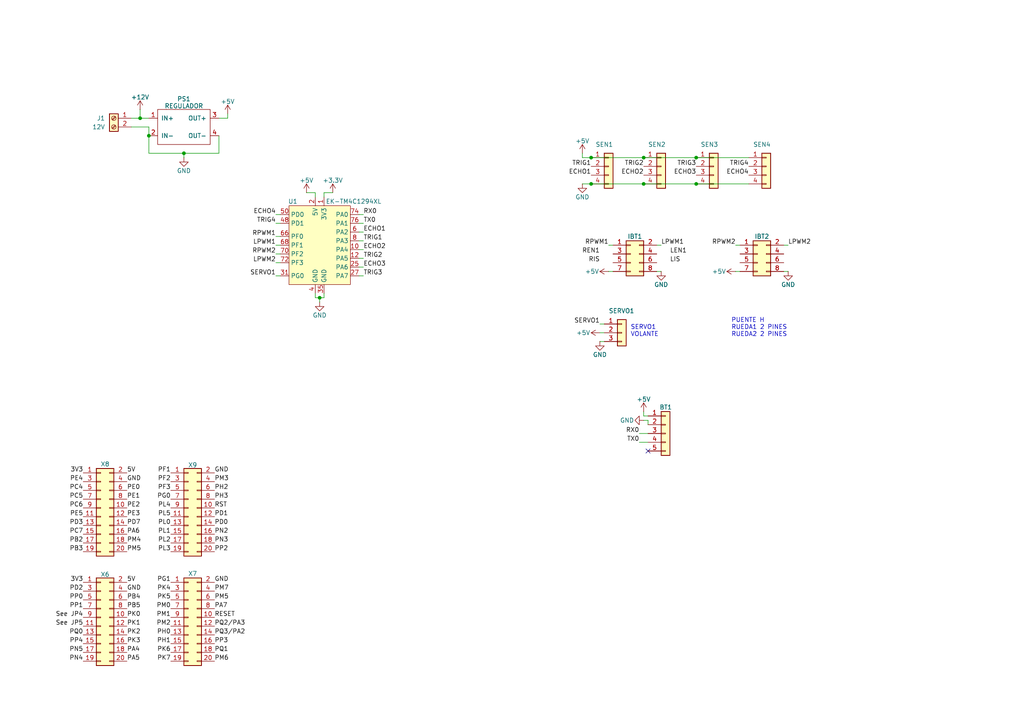
<source format=kicad_sch>
(kicad_sch (version 20231120) (generator "eeschema") (generator_version "8.0")
  (paper "A4")
  (lib_symbols
    (symbol "Connector:Screw_Terminal_01x02" (pin_names (offset 1.016) hide)
      (property "Reference" "J" (at 0 2.54 0))
      (property "Value" "Screw_Terminal_01x02" (at 0 -5.08 0))
      (symbol "Screw_Terminal_01x02_1_1"
        (rectangle (start -1.27 1.27) (end 1.27 -3.81) (stroke (width 0.254)) (fill (type background)))
        (circle (center 0 -2.54) (radius 0.635) (stroke (width 0.1524)))
        (polyline (pts (xy -0.5334 -2.2098) (xy 0.3302 -3.048)) (stroke (width 0.1524)))
        (polyline (pts (xy -0.5334 0.3302) (xy 0.3302 -0.508)) (stroke (width 0.1524)))
        (polyline (pts (xy -0.3556 -2.032) (xy 0.508 -2.8702)) (stroke (width 0.1524)))
        (polyline (pts (xy -0.3556 0.508) (xy 0.508 -0.3302)) (stroke (width 0.1524)))
        (circle (center 0 0) (radius 0.635) (stroke (width 0.1524)))
        (pin passive line (at -5.08 0 0) (length 3.81) (name "Pin_1") (number "1"))
        (pin passive line (at -5.08 -2.54 0) (length 3.81) (name "Pin_2") (number "2"))
      )
    )
    (symbol "Connector_Generic:Conn_01x03" (pin_names (offset 1.016) hide)
      (property "Reference" "J" (at 0 5.08 0))
      (property "Value" "Conn_01x03" (at 0 -5.08 0))
      (symbol "Conn_01x03_1_1"
        (rectangle (start -1.27 -2.413) (end 0 -2.667) (stroke (width 0.1524)))
        (rectangle (start -1.27 0.127) (end 0 -0.127) (stroke (width 0.1524)))
        (rectangle (start -1.27 2.667) (end 0 2.413) (stroke (width 0.1524)))
        (rectangle (start -1.27 3.81) (end 1.27 -3.81) (stroke (width 0.254)) (fill (type background)))
        (pin passive line (at -5.08 2.54 0) (length 3.81) (name "Pin_1") (number "1"))
        (pin passive line (at -5.08 0 0) (length 3.81) (name "Pin_2") (number "2"))
        (pin passive line (at -5.08 -2.54 0) (length 3.81) (name "Pin_3") (number "3"))
      )
    )
    (symbol "Connector_Generic:Conn_01x04" (pin_names (offset 1.016) hide)
      (property "Reference" "J" (at 0 5.08 0))
      (property "Value" "Conn_01x04" (at 0 -7.62 0))
      (symbol "Conn_01x04_1_1"
        (rectangle (start -1.27 -4.953) (end 0 -5.207) (stroke (width 0.1524)))
        (rectangle (start -1.27 -2.413) (end 0 -2.667) (stroke (width 0.1524)))
        (rectangle (start -1.27 0.127) (end 0 -0.127) (stroke (width 0.1524)))
        (rectangle (start -1.27 2.667) (end 0 2.413) (stroke (width 0.1524)))
        (rectangle (start -1.27 3.81) (end 1.27 -6.35) (stroke (width 0.254)) (fill (type background)))
        (pin passive line (at -5.08 2.54 0) (length 3.81) (name "Pin_1") (number "1"))
        (pin passive line (at -5.08 0 0) (length 3.81) (name "Pin_2") (number "2"))
        (pin passive line (at -5.08 -2.54 0) (length 3.81) (name "Pin_3") (number "3"))
        (pin passive line (at -5.08 -5.08 0) (length 3.81) (name "Pin_4") (number "4"))
      )
    )
    (symbol "Connector_Generic:Conn_01x05" (pin_names (offset 1.016) hide)
      (property "Reference" "J" (at 0 7.62 0))
      (property "Value" "Conn_01x05" (at 0 -7.62 0))
      (symbol "Conn_01x05_1_1"
        (rectangle (start -1.27 -4.953) (end 0 -5.207) (stroke (width 0.1524)))
        (rectangle (start -1.27 -2.413) (end 0 -2.667) (stroke (width 0.1524)))
        (rectangle (start -1.27 0.127) (end 0 -0.127) (stroke (width 0.1524)))
        (rectangle (start -1.27 2.667) (end 0 2.413) (stroke (width 0.1524)))
        (rectangle (start -1.27 5.207) (end 0 4.953) (stroke (width 0.1524)))
        (rectangle (start -1.27 6.35) (end 1.27 -6.35) (stroke (width 0.254)) (fill (type background)))
        (pin passive line (at -5.08 5.08 0) (length 3.81) (name "Pin_1") (number "1"))
        (pin passive line (at -5.08 2.54 0) (length 3.81) (name "Pin_2") (number "2"))
        (pin passive line (at -5.08 0 0) (length 3.81) (name "Pin_3") (number "3"))
        (pin passive line (at -5.08 -2.54 0) (length 3.81) (name "Pin_4") (number "4"))
        (pin passive line (at -5.08 -5.08 0) (length 3.81) (name "Pin_5") (number "5"))
      )
    )
    (symbol "Connector_Generic:Conn_02x04_Odd_Even" (pin_names (offset 1.016) hide)
      (property "Reference" "J" (at 1.27 5.08 0))
      (property "Value" "Conn_02x04_Odd_Even" (at 1.27 -7.62 0))
      (symbol "Conn_02x04_Odd_Even_1_1"
        (rectangle (start -1.27 -4.953) (end 0 -5.207) (stroke (width 0.1524)))
        (rectangle (start -1.27 -2.413) (end 0 -2.667) (stroke (width 0.1524)))
        (rectangle (start -1.27 0.127) (end 0 -0.127) (stroke (width 0.1524)))
        (rectangle (start -1.27 2.667) (end 0 2.413) (stroke (width 0.1524)))
        (rectangle (start -1.27 3.81) (end 3.81 -6.35) (stroke (width 0.254)) (fill (type background)))
        (rectangle (start 3.81 -4.953) (end 2.54 -5.207) (stroke (width 0.1524)))
        (rectangle (start 3.81 -2.413) (end 2.54 -2.667) (stroke (width 0.1524)))
        (rectangle (start 3.81 0.127) (end 2.54 -0.127) (stroke (width 0.1524)))
        (rectangle (start 3.81 2.667) (end 2.54 2.413) (stroke (width 0.1524)))
        (pin passive line (at -5.08 2.54 0) (length 3.81) (name "Pin_1") (number "1"))
        (pin passive line (at 7.62 2.54 180) (length 3.81) (name "Pin_2") (number "2"))
        (pin passive line (at -5.08 0 0) (length 3.81) (name "Pin_3") (number "3"))
        (pin passive line (at 7.62 0 180) (length 3.81) (name "Pin_4") (number "4"))
        (pin passive line (at -5.08 -2.54 0) (length 3.81) (name "Pin_5") (number "5"))
        (pin passive line (at 7.62 -2.54 180) (length 3.81) (name "Pin_6") (number "6"))
        (pin passive line (at -5.08 -5.08 0) (length 3.81) (name "Pin_7") (number "7"))
        (pin passive line (at 7.62 -5.08 180) (length 3.81) (name "Pin_8") (number "8"))
      )
    )
    (symbol "Connector_Generic:Conn_02x10_Odd_Even" (pin_names (offset 1.016) hide)
      (property "Reference" "J" (at 1.27 12.7 0))
      (property "Value" "Conn_02x10_Odd_Even" (at 1.27 -15.24 0))
      (symbol "Conn_02x10_Odd_Even_1_1"
        (rectangle (start -1.27 -12.573) (end 0 -12.827) (stroke (width 0.1524)))
        (rectangle (start -1.27 -10.033) (end 0 -10.287) (stroke (width 0.1524)))
        (rectangle (start -1.27 -7.493) (end 0 -7.747) (stroke (width 0.1524)))
        (rectangle (start -1.27 -4.953) (end 0 -5.207) (stroke (width 0.1524)))
        (rectangle (start -1.27 -2.413) (end 0 -2.667) (stroke (width 0.1524)))
        (rectangle (start -1.27 0.127) (end 0 -0.127) (stroke (width 0.1524)))
        (rectangle (start -1.27 2.667) (end 0 2.413) (stroke (width 0.1524)))
        (rectangle (start -1.27 5.207) (end 0 4.953) (stroke (width 0.1524)))
        (rectangle (start -1.27 7.747) (end 0 7.493) (stroke (width 0.1524)))
        (rectangle (start -1.27 10.287) (end 0 10.033) (stroke (width 0.1524)))
        (rectangle (start -1.27 11.43) (end 3.81 -13.97) (stroke (width 0.254)) (fill (type background)))
        (rectangle (start 3.81 -12.573) (end 2.54 -12.827) (stroke (width 0.1524)))
        (rectangle (start 3.81 -10.033) (end 2.54 -10.287) (stroke (width 0.1524)))
        (rectangle (start 3.81 -7.493) (end 2.54 -7.747) (stroke (width 0.1524)))
        (rectangle (start 3.81 -4.953) (end 2.54 -5.207) (stroke (width 0.1524)))
        (rectangle (start 3.81 -2.413) (end 2.54 -2.667) (stroke (width 0.1524)))
        (rectangle (start 3.81 0.127) (end 2.54 -0.127) (stroke (width 0.1524)))
        (rectangle (start 3.81 2.667) (end 2.54 2.413) (stroke (width 0.1524)))
        (rectangle (start 3.81 5.207) (end 2.54 4.953) (stroke (width 0.1524)))
        (rectangle (start 3.81 7.747) (end 2.54 7.493) (stroke (width 0.1524)))
        (rectangle (start 3.81 10.287) (end 2.54 10.033) (stroke (width 0.1524)))
        (pin passive line (at -5.08 10.16 0) (length 3.81) (name "Pin_1") (number "1"))
        (pin passive line (at 7.62 0 180) (length 3.81) (name "Pin_10") (number "10"))
        (pin passive line (at -5.08 -2.54 0) (length 3.81) (name "Pin_11") (number "11"))
        (pin passive line (at 7.62 -2.54 180) (length 3.81) (name "Pin_12") (number "12"))
        (pin passive line (at -5.08 -5.08 0) (length 3.81) (name "Pin_13") (number "13"))
        (pin passive line (at 7.62 -5.08 180) (length 3.81) (name "Pin_14") (number "14"))
        (pin passive line (at -5.08 -7.62 0) (length 3.81) (name "Pin_15") (number "15"))
        (pin passive line (at 7.62 -7.62 180) (length 3.81) (name "Pin_16") (number "16"))
        (pin passive line (at -5.08 -10.16 0) (length 3.81) (name "Pin_17") (number "17"))
        (pin passive line (at 7.62 -10.16 180) (length 3.81) (name "Pin_18") (number "18"))
        (pin passive line (at -5.08 -12.7 0) (length 3.81) (name "Pin_19") (number "19"))
        (pin passive line (at 7.62 10.16 180) (length 3.81) (name "Pin_2") (number "2"))
        (pin passive line (at 7.62 -12.7 180) (length 3.81) (name "Pin_20") (number "20"))
        (pin passive line (at -5.08 7.62 0) (length 3.81) (name "Pin_3") (number "3"))
        (pin passive line (at 7.62 7.62 180) (length 3.81) (name "Pin_4") (number "4"))
        (pin passive line (at -5.08 5.08 0) (length 3.81) (name "Pin_5") (number "5"))
        (pin passive line (at 7.62 5.08 180) (length 3.81) (name "Pin_6") (number "6"))
        (pin passive line (at -5.08 2.54 0) (length 3.81) (name "Pin_7") (number "7"))
        (pin passive line (at 7.62 2.54 180) (length 3.81) (name "Pin_8") (number "8"))
        (pin passive line (at -5.08 0 0) (length 3.81) (name "Pin_9") (number "9"))
      )
    )
    (symbol "LaunchPad:EK-TM4C1294XL-01"
      (property "Reference" "U" (at -7.874 13.208 0))
      (symbol "EK-TM4C1294XL-01_1_1"
        (rectangle (start -8.89 11.43) (end 8.89 -11.43) (fill (type background)))
        (pin power_out line (at 1.27 13.97 270) (length 2.54) (name "3V3") (number "1"))
        (pin bidirectional line (at 11.43 -1.27 180) (length 2.54) (name "PA4") (number "10"))
        (pin bidirectional line (at 11.43 -3.81 180) (length 2.54) (name "PA5") (number "12"))
        (pin power_in line (at -1.27 13.97 270) (length 2.54) (name "5V") (number "2"))
        (pin bidirectional line (at 11.43 -6.35 180) (length 2.54) (name "PA6") (number "25"))
        (pin bidirectional line (at 11.43 -8.89 180) (length 2.54) (name "PA7") (number "27"))
        (pin bidirectional line (at -11.43 -8.89 0) (length 2.54) (name "PG0") (number "31"))
        (pin power_in line (at 1.27 -13.97 90) (length 2.54) (name "GND") (number "35"))
        (pin power_in line (at -1.27 -13.97 90) (length 2.54) (name "GND") (number "4"))
        (pin bidirectional line (at -11.43 6.35 0) (length 2.54) (name "PD1") (number "48"))
        (pin bidirectional line (at -11.43 8.89 0) (length 2.54) (name "PD0") (number "50"))
        (pin bidirectional line (at 11.43 3.81 180) (length 2.54) (name "PA2") (number "6"))
        (pin bidirectional line (at -11.43 2.54 0) (length 2.54) (name "PF0") (number "66"))
        (pin bidirectional line (at -11.43 0 0) (length 2.54) (name "PF1") (number "68"))
        (pin bidirectional line (at -11.43 -2.54 0) (length 2.54) (name "PF2") (number "70"))
        (pin bidirectional line (at -11.43 -5.08 0) (length 2.54) (name "PF3") (number "72"))
        (pin bidirectional line (at 11.43 8.89 180) (length 2.54) (name "PA0") (number "74"))
        (pin bidirectional line (at 11.43 6.35 180) (length 2.54) (name "PA1") (number "76"))
        (pin bidirectional line (at 11.43 1.27 180) (length 2.54) (name "PA3") (number "8"))
      )
    )
    (symbol "XL4005_DC-DC:XL4005_DC-DC" (pin_names (offset 1.016))
      (property "Reference" "PS" (at 0 0 0))
      (property "Value" "XL4005_DC-DC" (at 0 -7.62 0))
      (symbol "XL4005_DC-DC_0_1"
        (rectangle (start -7.62 5.08) (end 7.62 -5.08))
        (rectangle (start -5.08 2.54) (end -5.08 2.54))
        (rectangle (start -5.08 5.08) (end -5.08 5.08))
        (rectangle (start -2.54 5.08) (end -2.54 5.08))
      )
      (symbol "XL4005_DC-DC_1_1"
        (pin input line (at -10.16 2.54 0) (length 2.54) (name "IN+") (number "1"))
        (pin input line (at -10.16 -2.54 0) (length 2.54) (name "IN-") (number "2"))
        (pin output line (at 10.16 2.54 180) (length 2.54) (name "OUT+") (number "3"))
        (pin output line (at 10.16 -2.54 180) (length 2.54) (name "OUT-") (number "4"))
      )
    )
    (symbol "power:+12V" (power) (pin_numbers hide) (pin_names (offset 0) hide)
      (property "Value" "+12V" (at 0 3.556 0))
      (symbol "+12V_0_1"
        (polyline (pts (xy -0.762 1.27) (xy 0 2.54)))
        (polyline (pts (xy 0 0) (xy 0 2.54)))
        (polyline (pts (xy 0 2.54) (xy 0.762 1.27)))
      )
      (symbol "+12V_1_1"
        (pin power_in line (at 0 0 90) (length 0) (name "~") (number "1"))
      )
    )
    (symbol "power:+3.3V" (power) (pin_numbers hide) (pin_names (offset 0) hide)
      (property "Value" "+3.3V" (at 0 3.556 0))
      (symbol "+3.3V_0_1"
        (polyline (pts (xy -0.762 1.27) (xy 0 2.54)))
        (polyline (pts (xy 0 0) (xy 0 2.54)))
        (polyline (pts (xy 0 2.54) (xy 0.762 1.27)))
      )
      (symbol "+3.3V_1_1"
        (pin power_in line (at 0 0 90) (length 0) (name "~") (number "1"))
      )
    )
    (symbol "power:+5V" (power) (pin_numbers hide) (pin_names (offset 0) hide)
      (property "Value" "+5V" (at 0 3.556 0))
      (symbol "+5V_0_1"
        (polyline (pts (xy -0.762 1.27) (xy 0 2.54)))
        (polyline (pts (xy 0 0) (xy 0 2.54)))
        (polyline (pts (xy 0 2.54) (xy 0.762 1.27)))
      )
      (symbol "+5V_1_1"
        (pin power_in line (at 0 0 90) (length 0) (name "~") (number "1"))
      )
    )
    (symbol "power:GND" (power) (pin_numbers hide) (pin_names (offset 0) hide)
      (property "Value" "GND" (at 0 -3.81 0))
      (symbol "GND_0_1"
        (polyline (pts (xy 0 0) (xy 0 -1.27) (xy 1.27 -1.27) (xy 0 -2.54) (xy -1.27 -1.27) (xy 0 -1.27)))
      )
      (symbol "GND_1_1"
        (pin power_in line (at 0 0 270) (length 0) (name "~") (number "1"))
      )
    )
  )
  (junction (at 43.18 39.37))
  (junction (at 186.69 45.72))
  (junction (at 53.34 44.45))
  (junction (at 201.93 53.34))
  (junction (at 171.45 45.72))
  (junction (at 201.93 45.72))
  (junction (at 171.45 53.34))
  (junction (at 40.64 34.29))
  (junction (at 186.69 53.34))
  (junction (at 92.71 86.36))
  (no_connect (at 187.96 130.81))
  (wire (pts (xy 104.14 80.01) (xy 105.41 80.01)))
  (wire (pts (xy 63.5 34.29) (xy 66.04 34.29)))
  (wire (pts (xy 104.14 77.47) (xy 105.41 77.47)))
  (wire (pts (xy 227.33 71.12) (xy 228.6 71.12)))
  (wire (pts (xy 185.42 125.73) (xy 187.96 125.73)))
  (wire (pts (xy 63.5 44.45) (xy 53.34 44.45)))
  (wire (pts (xy 80.01 76.2) (xy 81.28 76.2)))
  (wire (pts (xy 201.93 45.72) (xy 217.17 45.72)))
  (wire (pts (xy 80.01 80.01) (xy 81.28 80.01)))
  (wire (pts (xy 173.99 96.52) (xy 175.26 96.52)))
  (wire (pts (xy 80.01 62.23) (xy 81.28 62.23)))
  (wire (pts (xy 104.14 69.85) (xy 105.41 69.85)))
  (wire (pts (xy 173.99 93.98) (xy 175.26 93.98)))
  (wire (pts (xy 190.5 71.12) (xy 191.77 71.12)))
  (wire (pts (xy 190.5 78.74) (xy 191.77 78.74)))
  (wire (pts (xy 96.52 55.88) (xy 93.98 55.88)))
  (wire (pts (xy 213.36 78.74) (xy 214.63 78.74)))
  (wire (pts (xy 88.9 55.88) (xy 91.44 55.88)))
  (wire (pts (xy 92.71 86.36) (xy 93.98 86.36)))
  (wire (pts (xy 91.44 85.09) (xy 91.44 86.36)))
  (wire (pts (xy 104.14 72.39) (xy 105.41 72.39)))
  (wire (pts (xy 104.14 67.31) (xy 105.41 67.31)))
  (wire (pts (xy 53.34 44.45) (xy 43.18 44.45)))
  (wire (pts (xy 93.98 55.88) (xy 93.98 57.15)))
  (wire (pts (xy 176.53 78.74) (xy 177.8 78.74)))
  (wire (pts (xy 173.99 99.06) (xy 175.26 99.06)))
  (wire (pts (xy 201.93 53.34) (xy 217.17 53.34)))
  (wire (pts (xy 176.53 71.12) (xy 177.8 71.12)))
  (wire (pts (xy 43.18 36.83) (xy 43.18 39.37)))
  (wire (pts (xy 104.14 74.93) (xy 105.41 74.93)))
  (wire (pts (xy 213.36 71.12) (xy 214.63 71.12)))
  (wire (pts (xy 168.91 53.34) (xy 171.45 53.34)))
  (wire (pts (xy 186.69 45.72) (xy 201.93 45.72)))
  (wire (pts (xy 187.96 121.92) (xy 187.96 123.19)))
  (wire (pts (xy 80.01 64.77) (xy 81.28 64.77)))
  (wire (pts (xy 171.45 53.34) (xy 186.69 53.34)))
  (wire (pts (xy 186.69 120.65) (xy 186.69 119.38)))
  (wire (pts (xy 53.34 45.72) (xy 53.34 44.45)))
  (wire (pts (xy 104.14 64.77) (xy 105.41 64.77)))
  (wire (pts (xy 186.69 53.34) (xy 201.93 53.34)))
  (wire (pts (xy 186.69 121.92) (xy 187.96 121.92)))
  (wire (pts (xy 91.44 86.36) (xy 92.71 86.36)))
  (wire (pts (xy 40.64 31.75) (xy 40.64 34.29)))
  (wire (pts (xy 43.18 39.37) (xy 43.18 44.45)))
  (wire (pts (xy 66.04 34.29) (xy 66.04 33.02)))
  (wire (pts (xy 92.71 86.36) (xy 92.71 87.63)))
  (wire (pts (xy 168.91 45.72) (xy 171.45 45.72)))
  (wire (pts (xy 91.44 55.88) (xy 91.44 57.15)))
  (wire (pts (xy 186.69 120.65) (xy 187.96 120.65)))
  (wire (pts (xy 38.1 34.29) (xy 40.64 34.29)))
  (wire (pts (xy 93.98 86.36) (xy 93.98 85.09)))
  (wire (pts (xy 80.01 73.66) (xy 81.28 73.66)))
  (wire (pts (xy 171.45 45.72) (xy 186.69 45.72)))
  (wire (pts (xy 40.64 34.29) (xy 43.18 34.29)))
  (wire (pts (xy 168.91 44.45) (xy 168.91 45.72)))
  (wire (pts (xy 185.42 128.27) (xy 187.96 128.27)))
  (wire (pts (xy 63.5 39.37) (xy 63.5 44.45)))
  (wire (pts (xy 228.6 78.74) (xy 227.33 78.74)))
  (wire (pts (xy 80.01 68.58) (xy 81.28 68.58)))
  (wire (pts (xy 80.01 71.12) (xy 81.28 71.12)))
  (wire (pts (xy 104.14 62.23) (xy 105.41 62.23)))
  (wire (pts (xy 38.1 36.83) (xy 43.18 36.83)))
  (text "SERVO1\nVOLANTE" (at 182.88 97.79 0) (effects (font (size 1.27 1.27)) (justify left bottom)))
  (text "PUENTE H\nRUEDA1 2 PINES\nRUEDA2 2 PINES" (at 212.09 97.79 0) (effects (font (size 1.27 1.27)) (justify left bottom)))
  (label "PG0" (at 49.53 144.78 180))
  (label "ECHO4" (at 80.01 62.23 180))
  (label "GND" (at 62.23 168.91 0))
  (label "REN1" (at 173.99 73.66 180))
  (label "RPWM1" (at 176.53 71.12 180))
  (label "RPWM2" (at 80.01 73.66 180))
  (label "PH0" (at 49.53 184.15 180))
  (label "TX0" (at 105.41 64.77 0))
  (label "RESET" (at 62.23 179.07 0))
  (label "PF2" (at 49.53 139.7 180))
  (label "PC7" (at 24.13 154.94 180))
  (label "PB2" (at 24.13 157.48 180))
  (label "PL4" (at 49.53 147.32 180))
  (label "PL1" (at 49.53 154.94 180))
  (label "PL0" (at 49.53 152.4 180))
  (label "TRIG1" (at 171.45 48.26 180))
  (label "PD0" (at 62.23 152.4 0))
  (label "3V3" (at 24.13 168.91 180))
  (label "ECHO1" (at 171.45 50.8 180))
  (label "RPWM2" (at 213.36 71.12 180))
  (label "PB4" (at 36.83 173.99 0))
  (label "PQ1" (at 62.23 189.23 0))
  (label "PE4" (at 24.13 139.7 180))
  (label "PL2" (at 49.53 157.48 180))
  (label "PQ2{slash}PA3" (at 62.23 181.61 0))
  (label "PL5" (at 49.53 149.86 180))
  (label "PA6" (at 36.83 154.94 0))
  (label "RX0" (at 185.42 125.73 180))
  (label "PP1" (at 24.13 176.53 180))
  (label "ECHO2" (at 105.41 72.39 0))
  (label "PA4" (at 36.83 189.23 0))
  (label "RPWM1" (at 80.01 68.58 180))
  (label "PK7" (at 49.53 191.77 180))
  (label "TRIG3" (at 201.93 48.26 180))
  (label "PE3" (at 36.83 149.86 0))
  (label "PA5" (at 36.83 191.77 0))
  (label "PD2" (at 24.13 171.45 180))
  (label "TX0" (at 185.42 128.27 180))
  (label "PG1" (at 49.53 168.91 180))
  (label "PD1" (at 62.23 149.86 0))
  (label "PM1" (at 49.53 179.07 180))
  (label "3V3" (at 24.13 137.16 180))
  (label "ECHO2" (at 186.69 50.8 180))
  (label "LPWM1" (at 191.77 71.12 0))
  (label "See JP4" (at 24.13 179.07 180))
  (label "PM3" (at 62.23 139.7 0))
  (label "PM2" (at 49.53 181.61 180))
  (label "See JP5" (at 24.13 181.61 180))
  (label "LPWM1" (at 80.01 71.12 180))
  (label "PK3" (at 36.83 186.69 0))
  (label "SERVO1" (at 80.01 80.01 180))
  (label "TRIG1" (at 105.41 69.85 0))
  (label "PQ0" (at 24.13 184.15 180))
  (label "PH2" (at 62.23 142.24 0))
  (label "LIS" (at 194.31 76.2 0))
  (label "PA7" (at 62.23 176.53 0))
  (label "5V" (at 36.83 168.91 0))
  (label "ECHO4" (at 217.17 50.8 180))
  (label "PC6" (at 24.13 147.32 180))
  (label "GND" (at 36.83 171.45 0))
  (label "PN2" (at 62.23 154.94 0))
  (label "PE1" (at 36.83 144.78 0))
  (label "PC4" (at 24.13 142.24 180))
  (label "PB3" (at 24.13 160.02 180))
  (label "PD3" (at 24.13 152.4 180))
  (label "SERVO1" (at 173.99 93.98 180))
  (label "PN3" (at 62.23 157.48 0))
  (label "PM6" (at 62.23 191.77 0))
  (label "RIS" (at 173.99 76.2 180))
  (label "LPWM2" (at 228.6 71.12 0))
  (label "RX0" (at 105.41 62.23 0))
  (label "PK6" (at 49.53 189.23 180))
  (label "GND" (at 62.23 137.16 0))
  (label "PN5" (at 24.13 189.23 180))
  (label "RST" (at 62.23 147.32 0))
  (label "PD7" (at 36.83 152.4 0))
  (label "TRIG4" (at 217.17 48.26 180))
  (label "TRIG2" (at 105.41 74.93 0))
  (label "PH3" (at 62.23 144.78 0))
  (label "PF1" (at 49.53 137.16 180))
  (label "PE0" (at 36.83 142.24 0))
  (label "PM7" (at 62.23 171.45 0))
  (label "TRIG4" (at 80.01 64.77 180))
  (label "PP2" (at 62.23 160.02 0))
  (label "TRIG2" (at 186.69 48.26 180))
  (label "PM5" (at 36.83 160.02 0))
  (label "PC5" (at 24.13 144.78 180))
  (label "PM0" (at 49.53 176.53 180))
  (label "LEN1" (at 194.31 73.66 0))
  (label "PE2" (at 36.83 147.32 0))
  (label "PH1" (at 49.53 186.69 180))
  (label "PN4" (at 24.13 191.77 180))
  (label "PK5" (at 49.53 173.99 180))
  (label "PP3" (at 62.23 186.69 0))
  (label "PB5" (at 36.83 176.53 0))
  (label "PM4" (at 36.83 157.48 0))
  (label "PE5" (at 24.13 149.86 180))
  (label "PK2" (at 36.83 184.15 0))
  (label "PM5" (at 62.23 173.99 0))
  (label "PQ3{slash}PA2" (at 62.23 184.15 0))
  (label "PK4" (at 49.53 171.45 180))
  (label "ECHO3" (at 201.93 50.8 180))
  (label "PP4" (at 24.13 186.69 180))
  (label "PL3" (at 49.53 160.02 180))
  (label "TRIG3" (at 105.41 80.01 0))
  (label "5V" (at 36.83 137.16 0))
  (label "ECHO1" (at 105.41 67.31 0))
  (label "PK0" (at 36.83 179.07 0))
  (label "PF3" (at 49.53 142.24 180))
  (label "GND" (at 36.83 139.7 0))
  (label "PP0" (at 24.13 173.99 180))
  (label "PK1" (at 36.83 181.61 0))
  (label "LPWM2" (at 80.01 76.2 180))
  (label "ECHO3" (at 105.41 77.47 0))
  (symbol (lib_id "Connector:Screw_Terminal_01x02") (at 33.02 34.29 0) (mirror y) (unit 1)
    (property "Reference" "J1" (at 30.48 34.2899 0) (effects (justify left)))
    (property "Value" "12V" (at 30.48 36.8299 0) (effects (justify left)))
    (property "Footprint" "TerminalBlock:TerminalBlock_bornier-2_P5.08mm" (effects (hide yes)))
    (property "Description" "Generic screw terminal, single row, 01x02, script generated (kicad-library-utils/schlib/autogen/connector/)" (effects (hide yes)))
  )
  (symbol (lib_id "power:+5V") (at 168.91 44.45 0) (unit 1)
    (property "Reference" "#PWR07" (effects (hide yes)))
    (property "Value" "+5V" (at 168.91 40.894 0))
    (property "Description" "Power symbol creates a global label with name \"+5V\"" (effects (hide yes)))
  )
  (symbol (lib_id "power:GND") (at 92.71 87.63 0) (unit 1)
    (property "Reference" "#PWR05" (effects (hide yes)))
    (property "Value" "GND" (at 92.71 91.44 0))
    (property "Description" "Power symbol creates a global label with name \"GND\" , ground" (effects (hide yes)))
  )
  (symbol (lib_id "power:+3.3V") (at 96.52 55.88 0) (unit 1)
    (property "Reference" "#PWR06" (effects (hide yes)))
    (property "Value" "+3.3V" (at 96.52 52.324 0))
    (property "Description" "Power symbol creates a global label with name \"+3.3V\"" (effects (hide yes)))
  )
  (symbol (lib_id "power:GND") (at 53.34 45.72 0) (unit 1)
    (property "Reference" "#PWR01" (effects (hide yes)))
    (property "Value" "GND" (at 53.34 49.53 0))
    (property "Description" "Power symbol creates a global label with name \"GND\" , ground" (effects (hide yes)))
  )
  (symbol (lib_id "Connector_Generic:Conn_01x04") (at 207.01 48.26 0) (unit 1)
    (property "Reference" "SEN3" (at 203.2 41.91 0) (effects (justify left)))
    (property "Value" "Conn_01x04" (effects (hide yes)))
    (property "Footprint" "Connector_PinHeader_2.54mm:PinHeader_1x04_P2.54mm_Vertical" (effects (hide yes)))
  )
  (symbol (lib_id "power:GND") (at 173.99 99.06 0) (unit 1)
    (property "Reference" "#PWR014" (effects (hide yes)))
    (property "Value" "GND" (at 173.99 102.87 0))
    (property "Description" "Power symbol creates a global label with name \"GND\" , ground" (effects (hide yes)))
  )
  (symbol (lib_id "power:GND") (at 228.6 78.74 0) (unit 1)
    (property "Reference" "#PWR012" (effects (hide yes)))
    (property "Value" "GND" (at 228.6 82.55 0))
    (property "Description" "Power symbol creates a global label with name \"GND\" , ground" (effects (hide yes)))
  )
  (symbol (lib_id "power:GND") (at 191.77 78.74 0) (unit 1)
    (property "Reference" "#PWR09" (effects (hide yes)))
    (property "Value" "GND" (at 191.77 82.55 0))
    (property "Description" "Power symbol creates a global label with name \"GND\" , ground" (effects (hide yes)))
  )
  (symbol (lib_id "Connector_Generic:Conn_02x10_Odd_Even") (at 54.61 179.07 0) (unit 1)
    (property "Reference" "X7" (at 55.88 166.37 0))
    (property "Value" "X7" (effects (hide yes)))
    (property "Footprint" "Connector_PinHeader_2.54mm:PinHeader_2x10_P2.54mm_Vertical" (effects (hide yes)))
  )
  (symbol (lib_id "Connector_Generic:Conn_01x04") (at 176.53 48.26 0) (unit 1)
    (property "Reference" "SEN1" (at 172.72 41.91 0) (effects (justify left)))
    (property "Value" "Conn_01x04" (effects (hide yes)))
    (property "Footprint" "Connector_PinHeader_2.54mm:PinHeader_1x04_P2.54mm_Vertical" (effects (hide yes)))
  )
  (symbol (lib_id "Connector_Generic:Conn_01x04") (at 191.77 48.26 0) (unit 1)
    (property "Reference" "SEN2" (at 187.96 41.91 0) (effects (justify left)))
    (property "Value" "Conn_01x04" (effects (hide yes)))
    (property "Footprint" "Connector_PinHeader_2.54mm:PinHeader_1x04_P2.54mm_Vertical" (effects (hide yes)))
  )
  (symbol (lib_id "power:+5V") (at 88.9 55.88 0) (unit 1)
    (property "Reference" "#PWR04" (effects (hide yes)))
    (property "Value" "+5V" (at 88.9 52.324 0))
    (property "Description" "Power symbol creates a global label with name \"+5V\"" (effects (hide yes)))
  )
  (symbol (lib_id "power:+12V") (at 40.64 31.75 0) (unit 1)
    (property "Reference" "#PWR02" (effects (hide yes)))
    (property "Value" "+12V" (at 40.64 28.194 0))
    (property "Description" "Power symbol creates a global label with name \"+12V\"" (effects (hide yes)))
  )
  (symbol (lib_id "Connector_Generic:Conn_01x05") (at 193.04 125.73 0) (unit 1)
    (property "Reference" "BT1" (at 191.262 118.11 0) (effects (justify left)))
    (property "Value" "Conn_01x05" (effects (hide yes)))
    (property "Footprint" "Connector_PinHeader_2.54mm:PinHeader_1x05_P2.54mm_Vertical" (effects (hide yes)))
    (property "Description" "Generic connector, single row, 01x05, script generated (kicad-library-utils/schlib/autogen/connector/)" (effects (hide yes)))
  )
  (symbol (lib_id "Connector_Generic:Conn_01x04") (at 222.25 48.26 0) (unit 1)
    (property "Reference" "SEN4" (at 218.44 41.91 0) (effects (justify left)))
    (property "Value" "Conn_01x04" (effects (hide yes)))
    (property "Footprint" "Connector_PinHeader_2.54mm:PinHeader_1x04_P2.54mm_Vertical" (effects (hide yes)))
  )
  (symbol (lib_id "Connector_Generic:Conn_02x04_Odd_Even") (at 182.88 73.66 0) (unit 1)
    (property "Reference" "IBT1" (at 184.15 68.58 0))
    (property "Value" "Conn_02x04_Odd_Even" (effects (hide yes)))
    (property "Footprint" "LaunchPad:IBT_2-01" (effects (hide yes)))
  )
  (symbol (lib_id "Connector_Generic:Conn_02x10_Odd_Even") (at 29.21 147.32 0) (unit 1)
    (property "Reference" "X8" (at 30.48 134.62 0))
    (property "Value" "X8" (effects (hide yes)))
    (property "Footprint" "Connector_PinHeader_2.54mm:PinHeader_2x10_P2.54mm_Vertical" (effects (hide yes)))
  )
  (symbol (lib_id "XL4005_DC-DC:XL4005_DC-DC") (at 53.34 36.83 0) (unit 1)
    (property "Reference" "PS1" (at 53.34 28.702 0))
    (property "Value" "REGULADOR" (at 53.34 30.734 0))
    (property "Footprint" "XL4005:XL4005_DC-DC" (effects (hide yes)))
  )
  (symbol (lib_id "power:+5V") (at 173.99 96.52 90) (unit 1)
    (property "Reference" "#PWR013" (effects (hide yes)))
    (property "Value" "+5V" (at 169.164 96.52 90))
    (property "Description" "Power symbol creates a global label with name \"+5V\"" (effects (hide yes)))
  )
  (symbol (lib_id "Connector_Generic:Conn_02x10_Odd_Even") (at 29.21 179.07 0) (unit 1)
    (property "Reference" "X6" (at 30.48 166.624 0))
    (property "Value" "X6" (effects (hide yes)))
    (property "Footprint" "Connector_PinHeader_2.54mm:PinHeader_2x10_P2.54mm_Vertical" (effects (hide yes)))
  )
  (symbol (lib_id "LaunchPad:EK-TM4C1294XL-01") (at 92.71 71.12 0) (unit 1)
    (property "Reference" "U1" (at 83.566 58.42 0) (effects (justify left)))
    (property "Value" "EK-TM4C1294XL" (at 94.488 58.42 0) (effects (justify left)))
    (property "Footprint" "LaunchPad:EK-TM4C1294XL-01" (effects (hide yes)))
  )
  (symbol (lib_id "Connector_Generic:Conn_02x04_Odd_Even") (at 219.71 73.66 0) (unit 1)
    (property "Reference" "IBT2" (at 220.98 68.58 0))
    (property "Value" "Conn_02x04_Odd_Even" (effects (hide yes)))
    (property "Footprint" "LaunchPad:IBT_2-01" (effects (hide yes)))
  )
  (symbol (lib_id "power:+5V") (at 176.53 78.74 90) (unit 1)
    (property "Reference" "#PWR010" (effects (hide yes)))
    (property "Value" "+5V" (at 171.704 78.74 90))
    (property "Description" "Power symbol creates a global label with name \"+5V\"" (effects (hide yes)))
  )
  (symbol (lib_id "power:+5V") (at 66.04 33.02 0) (unit 1)
    (property "Reference" "#PWR03" (effects (hide yes)))
    (property "Value" "+5V" (at 66.04 29.464 0))
    (property "Description" "Power symbol creates a global label with name \"+5V\"" (effects (hide yes)))
  )
  (symbol (lib_id "Connector_Generic:Conn_02x10_Odd_Even") (at 54.61 147.32 0) (unit 1)
    (property "Reference" "X9" (at 55.88 134.874 0))
    (property "Value" "X9" (effects (hide yes)))
    (property "Footprint" "Connector_PinHeader_2.54mm:PinHeader_2x10_P2.54mm_Vertical" (effects (hide yes)))
  )
  (symbol (lib_id "power:GND") (at 168.91 53.34 0) (unit 1)
    (property "Reference" "#PWR08" (effects (hide yes)))
    (property "Value" "GND" (at 168.91 57.15 0))
    (property "Description" "Power symbol creates a global label with name \"GND\" , ground" (effects (hide yes)))
  )
  (symbol (lib_id "Connector_Generic:Conn_01x03") (at 180.34 96.52 0) (unit 1)
    (property "Reference" "SERVO1" (at 176.53 90.17 0) (effects (justify left)))
    (property "Value" "Conn_01x03" (effects (hide yes)))
    (property "Footprint" "Connector_PinHeader_2.54mm:PinHeader_1x03_P2.54mm_Vertical" (effects (hide yes)))
  )
  (symbol (lib_id "power:GND") (at 186.69 121.92 270) (unit 1)
    (property "Reference" "#PWR016" (effects (hide yes)))
    (property "Value" "GND" (at 181.864 121.92 90))
    (property "Description" "Power symbol creates a global label with name \"GND\" , ground" (effects (hide yes)))
  )
  (symbol (lib_id "power:+5V") (at 186.69 119.38 0) (unit 1)
    (property "Reference" "#PWR015" (effects (hide yes)))
    (property "Value" "+5V" (at 186.69 115.824 0))
    (property "Description" "Power symbol creates a global label with name \"+5V\"" (effects (hide yes)))
  )
  (symbol (lib_id "power:+5V") (at 213.36 78.74 90) (unit 1)
    (property "Reference" "#PWR011" (effects (hide yes)))
    (property "Value" "+5V" (at 208.534 78.74 90))
    (property "Description" "Power symbol creates a global label with name \"+5V\"" (effects (hide yes)))
  )
)
</source>
